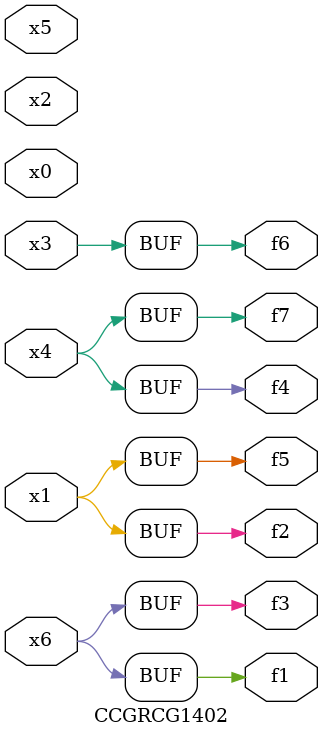
<source format=v>
module CCGRCG1402(
	input x0, x1, x2, x3, x4, x5, x6,
	output f1, f2, f3, f4, f5, f6, f7
);
	assign f1 = x6;
	assign f2 = x1;
	assign f3 = x6;
	assign f4 = x4;
	assign f5 = x1;
	assign f6 = x3;
	assign f7 = x4;
endmodule

</source>
